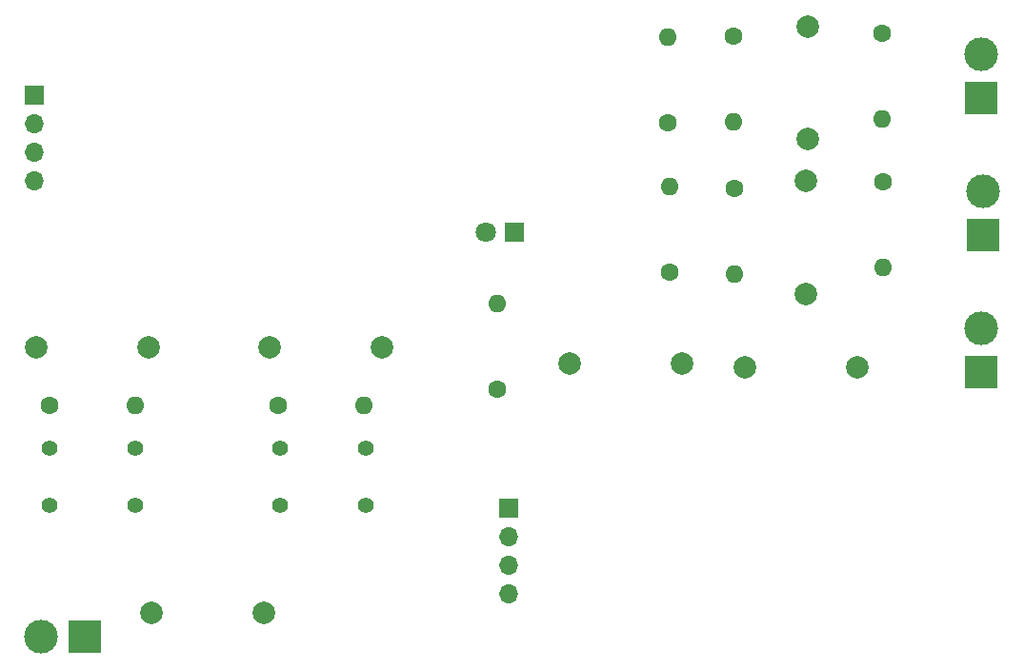
<source format=gbr>
%TF.GenerationSoftware,KiCad,Pcbnew,6.0.8-f2edbf62ab~116~ubuntu20.04.1*%
%TF.CreationDate,2023-03-15T13:48:08-03:00*%
%TF.ProjectId,placa-TAI,706c6163-612d-4544-9149-2e6b69636164,rev?*%
%TF.SameCoordinates,Original*%
%TF.FileFunction,Soldermask,Bot*%
%TF.FilePolarity,Negative*%
%FSLAX46Y46*%
G04 Gerber Fmt 4.6, Leading zero omitted, Abs format (unit mm)*
G04 Created by KiCad (PCBNEW 6.0.8-f2edbf62ab~116~ubuntu20.04.1) date 2023-03-15 13:48:08*
%MOMM*%
%LPD*%
G01*
G04 APERTURE LIST*
%ADD10C,1.397000*%
%ADD11C,1.600000*%
%ADD12O,1.600000X1.600000*%
%ADD13R,1.700000X1.700000*%
%ADD14O,1.700000X1.700000*%
%ADD15R,3.000000X3.000000*%
%ADD16C,3.000000*%
%ADD17C,2.000000*%
%ADD18R,1.800000X1.800000*%
%ADD19C,1.800000*%
G04 APERTURE END LIST*
D10*
%TO.C,SW1*%
X95760000Y-99700000D03*
X103380000Y-99700000D03*
X95760000Y-104780000D03*
X103380000Y-104780000D03*
%TD*%
D11*
%TO.C,R9*%
X95760000Y-95870000D03*
D12*
X103380000Y-95870000D03*
%TD*%
D11*
%TO.C,R7*%
X150920000Y-84060000D03*
D12*
X150920000Y-76440000D03*
%TD*%
D13*
%TO.C,J3*%
X136560000Y-105000000D03*
D14*
X136560000Y-107540000D03*
X136560000Y-110080000D03*
X136560000Y-112620000D03*
%TD*%
D15*
%TO.C,J6*%
X178750000Y-80752500D03*
D16*
X178750000Y-76872500D03*
%TD*%
D15*
%TO.C,J1*%
X178560000Y-68567500D03*
D16*
X178560000Y-64687500D03*
%TD*%
D11*
%TO.C,R2*%
X156580000Y-63030000D03*
D12*
X156580000Y-70650000D03*
%TD*%
D17*
%TO.C,C3*%
X104860000Y-114390000D03*
X114860000Y-114390000D03*
%TD*%
%TO.C,C2*%
X115340000Y-90700000D03*
X125340000Y-90700000D03*
%TD*%
%TO.C,C6*%
X142030000Y-92210000D03*
X152030000Y-92210000D03*
%TD*%
D11*
%TO.C,R5*%
X169830000Y-76020000D03*
D12*
X169830000Y-83640000D03*
%TD*%
D11*
%TO.C,R8*%
X135550000Y-94480000D03*
D12*
X135550000Y-86860000D03*
%TD*%
D13*
%TO.C,J4*%
X94460000Y-68290000D03*
D14*
X94460000Y-70830000D03*
X94460000Y-73370000D03*
X94460000Y-75910000D03*
%TD*%
D11*
%TO.C,R1*%
X169760000Y-62820000D03*
D12*
X169760000Y-70440000D03*
%TD*%
D17*
%TO.C,C5*%
X94570000Y-90700000D03*
X104570000Y-90700000D03*
%TD*%
D15*
%TO.C,J5*%
X98920000Y-116430000D03*
D16*
X95040000Y-116430000D03*
%TD*%
D15*
%TO.C,J2*%
X178560000Y-92937500D03*
D16*
X178560000Y-89057500D03*
%TD*%
D17*
%TO.C,C4*%
X157570000Y-92520000D03*
X167570000Y-92520000D03*
%TD*%
D18*
%TO.C,D3*%
X137120000Y-80510000D03*
D19*
X134580000Y-80510000D03*
%TD*%
D11*
%TO.C,R4*%
X116100000Y-95870000D03*
D12*
X123720000Y-95870000D03*
%TD*%
D10*
%TO.C,SW2*%
X123920000Y-99700000D03*
X116300000Y-99700000D03*
X116300000Y-104780000D03*
X123920000Y-104780000D03*
%TD*%
D11*
%TO.C,R6*%
X156630000Y-76550000D03*
D12*
X156630000Y-84170000D03*
%TD*%
D11*
%TO.C,R3*%
X150730000Y-70770000D03*
D12*
X150730000Y-63150000D03*
%TD*%
D17*
%TO.C,C7*%
X162980000Y-85950000D03*
X162980000Y-75950000D03*
%TD*%
%TO.C,C1*%
X163130000Y-72210000D03*
X163130000Y-62210000D03*
%TD*%
M02*

</source>
